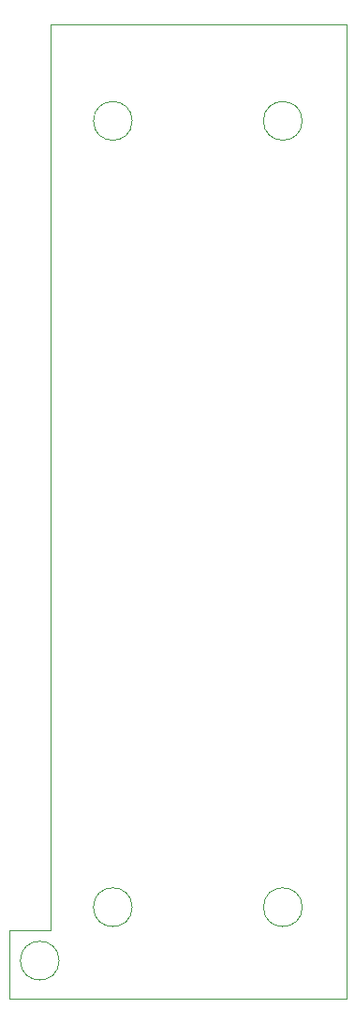
<source format=gbr>
%TF.GenerationSoftware,KiCad,Pcbnew,7.0.2-0*%
%TF.CreationDate,2023-10-04T23:28:18+02:00*%
%TF.ProjectId,Z80Pod2x40PinCable,5a383050-6f64-4327-9834-3050696e4361,rev?*%
%TF.SameCoordinates,Original*%
%TF.FileFunction,Profile,NP*%
%FSLAX46Y46*%
G04 Gerber Fmt 4.6, Leading zero omitted, Abs format (unit mm)*
G04 Created by KiCad (PCBNEW 7.0.2-0) date 2023-10-04 23:28:18*
%MOMM*%
%LPD*%
G01*
G04 APERTURE LIST*
%TA.AperFunction,Profile*%
%ADD10C,0.100000*%
%TD*%
%TA.AperFunction,Profile*%
%ADD11C,0.050000*%
%TD*%
G04 APERTURE END LIST*
D10*
X65750000Y-133750000D02*
X65750000Y-52000000D01*
X65750000Y-52000000D02*
X92500000Y-52000000D01*
X62000000Y-140000000D02*
X62000000Y-133750000D01*
D11*
X73130000Y-60711500D02*
G75*
G03*
X73130000Y-60711500I-1750000J0D01*
G01*
X88500000Y-131704500D02*
G75*
G03*
X88500000Y-131704500I-1750000J0D01*
G01*
D10*
X62000000Y-133750000D02*
X65750000Y-133750000D01*
X92500000Y-52000000D02*
X92500000Y-140000000D01*
D11*
X66526000Y-136530500D02*
G75*
G03*
X66526000Y-136530500I-1750000J0D01*
G01*
X88500000Y-60711500D02*
G75*
G03*
X88500000Y-60711500I-1750000J0D01*
G01*
D10*
X92500000Y-140000000D02*
X62000000Y-140000000D01*
D11*
X73130000Y-131704500D02*
G75*
G03*
X73130000Y-131704500I-1750000J0D01*
G01*
M02*

</source>
